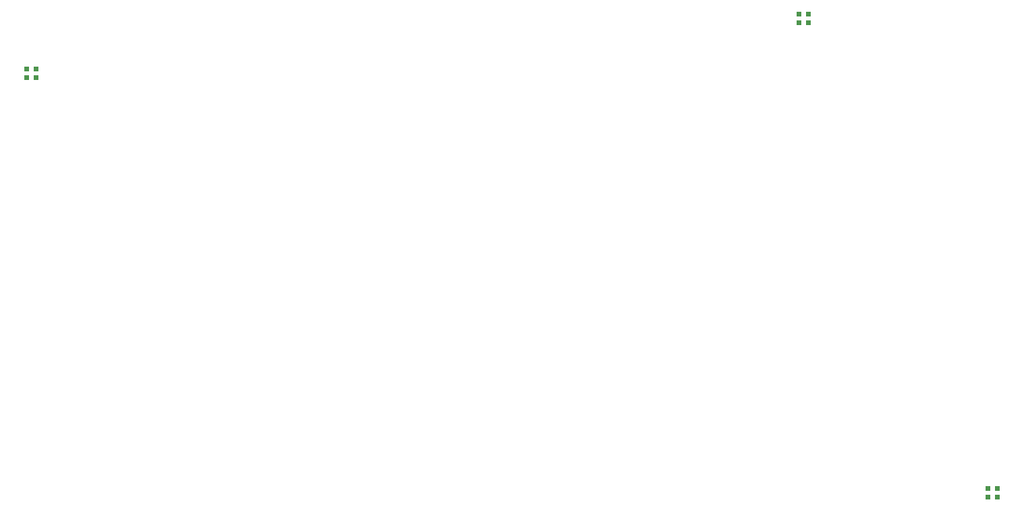
<source format=gtp>
%TF.GenerationSoftware,KiCad,Pcbnew,(6.0.4)*%
%TF.CreationDate,2022-05-26T23:52:49-07:00*%
%TF.ProjectId,top_R,746f705f-522e-46b6-9963-61645f706362,rev?*%
%TF.SameCoordinates,Original*%
%TF.FileFunction,Paste,Top*%
%TF.FilePolarity,Positive*%
%FSLAX46Y46*%
G04 Gerber Fmt 4.6, Leading zero omitted, Abs format (unit mm)*
G04 Created by KiCad (PCBNEW (6.0.4)) date 2022-05-26 23:52:49*
%MOMM*%
%LPD*%
G01*
G04 APERTURE LIST*
%ADD10R,0.550000X0.550000*%
G04 APERTURE END LIST*
D10*
X158125000Y-216075000D03*
X159075000Y-216075000D03*
X159075000Y-215125000D03*
X158125000Y-215125000D03*
X54325000Y-170775000D03*
X55275000Y-170775000D03*
X55275000Y-169825000D03*
X54325000Y-169825000D03*
X137725000Y-164875000D03*
X138675000Y-164875000D03*
X138675000Y-163925000D03*
X137725000Y-163925000D03*
M02*

</source>
